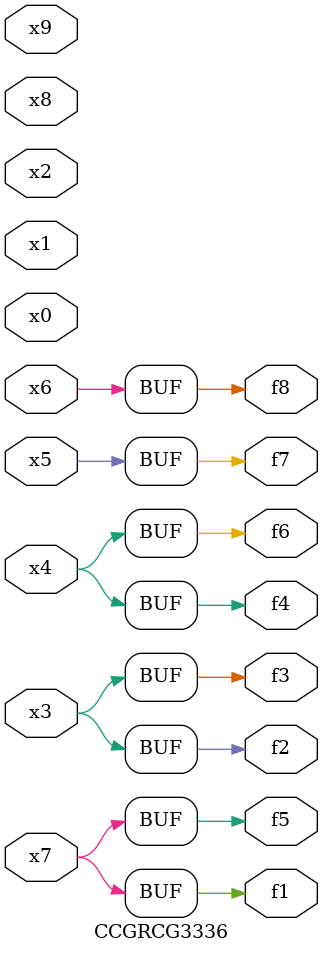
<source format=v>
module CCGRCG3336(
	input x0, x1, x2, x3, x4, x5, x6, x7, x8, x9,
	output f1, f2, f3, f4, f5, f6, f7, f8
);
	assign f1 = x7;
	assign f2 = x3;
	assign f3 = x3;
	assign f4 = x4;
	assign f5 = x7;
	assign f6 = x4;
	assign f7 = x5;
	assign f8 = x6;
endmodule

</source>
